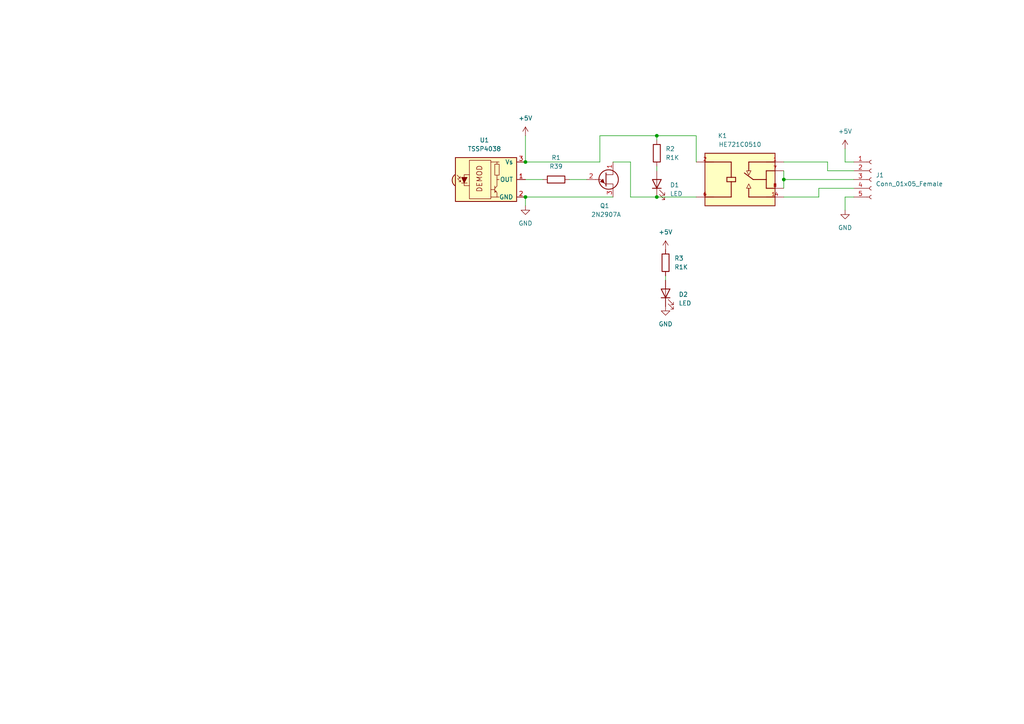
<source format=kicad_sch>
(kicad_sch (version 20211123) (generator eeschema)
  (paper "A4")
  (lib_symbols
    (symbol "Connector:Conn_01x05_Female" (pin_names (offset 1.016) hide)
      (property "Reference" "J" (at 0 7.62 0))
      (property "Value" "Conn_01x05_Female" (at 0 -7.62 0))
      (symbol "Conn_01x05_Female_1_1"
        (arc (start 0 -4.572) (mid -0.508 -5.08) (end 0 -5.588) (stroke (width 0.1524)))
        (arc (start 0 -2.032) (mid -0.508 -2.54) (end 0 -3.048) (stroke (width 0.1524)))
        (polyline (pts (xy -1.27 -5.08) (xy -0.508 -5.08)) (stroke (width 0.1524)))
        (polyline (pts (xy -1.27 -2.54) (xy -0.508 -2.54)) (stroke (width 0.1524)))
        (polyline (pts (xy -1.27 0) (xy -0.508 0)) (stroke (width 0.1524)))
        (polyline (pts (xy -1.27 2.54) (xy -0.508 2.54)) (stroke (width 0.1524)))
        (polyline (pts (xy -1.27 5.08) (xy -0.508 5.08)) (stroke (width 0.1524)))
        (arc (start 0 0.508) (mid -0.508 0) (end 0 -0.508) (stroke (width 0.1524)))
        (arc (start 0 3.048) (mid -0.508 2.54) (end 0 2.032) (stroke (width 0.1524)))
        (arc (start 0 5.588) (mid -0.508 5.08) (end 0 4.572) (stroke (width 0.1524)))
        (pin passive line (at -5.08 5.08 0) (length 3.81) (name "Pin_1") (number "1"))
        (pin passive line (at -5.08 2.54 0) (length 3.81) (name "Pin_2") (number "2"))
        (pin passive line (at -5.08 0 0) (length 3.81) (name "Pin_3") (number "3"))
        (pin passive line (at -5.08 -2.54 0) (length 3.81) (name "Pin_4") (number "4"))
        (pin passive line (at -5.08 -5.08 0) (length 3.81) (name "Pin_5") (number "5"))
      )
    )
    (symbol "Device:LED" (pin_numbers hide) (pin_names (offset 1.016) hide)
      (property "Reference" "D" (at 0 2.54 0))
      (property "Value" "LED" (at 0 -2.54 0))
      (symbol "LED_0_1"
        (polyline (pts (xy -1.27 -1.27) (xy -1.27 1.27)) (stroke (width 0.254)))
        (polyline (pts (xy -1.27 0) (xy 1.27 0)))
        (polyline (pts (xy 1.27 -1.27) (xy 1.27 1.27) (xy -1.27 0) (xy 1.27 -1.27)) (stroke (width 0.254)))
        (polyline (pts (xy -3.048 -0.762) (xy -4.572 -2.286) (xy -3.81 -2.286) (xy -4.572 -2.286) (xy -4.572 -1.524)))
        (polyline (pts (xy -1.778 -0.762) (xy -3.302 -2.286) (xy -2.54 -2.286) (xy -3.302 -2.286) (xy -3.302 -1.524)))
      )
      (symbol "LED_1_1"
        (pin passive line (at -3.81 0 0) (length 2.54) (name "K") (number "1"))
        (pin passive line (at 3.81 0 180) (length 2.54) (name "A") (number "2"))
      )
    )
    (symbol "Device:R" (pin_numbers hide) (pin_names (offset 0))
      (property "Reference" "R" (at 2.032 0 90))
      (property "Value" "R" (at 0 0 90))
      (symbol "R_0_1"
        (rectangle (start -1.016 -2.54) (end 1.016 2.54) (stroke (width 0.254)))
      )
      (symbol "R_1_1"
        (pin passive line (at 0 3.81 270) (length 1.27) (name "~") (number "1"))
        (pin passive line (at 0 -3.81 90) (length 1.27) (name "~") (number "2"))
      )
    )
    (symbol "HE721C0510:HE721C0510" (pin_names (offset 1.016) hide)
      (property "Reference" "K" (at -10.16 8.89 0))
      (property "Value" "HE721C0510" (at -10.16 -10.16 0))
      (symbol "HE721C0510_0_0"
        (rectangle (start -10.16 -7.62) (end 10.16 7.62) (stroke (width 0.254)) (fill (type background)))
        (polyline (pts (xy -10.16 -5.08) (xy -2.54 -5.08)) (stroke (width 0.254)))
        (polyline (pts (xy -10.16 5.08) (xy -2.54 5.08)) (stroke (width 0.254)))
        (polyline (pts (xy -3.81 -0.635) (xy -3.81 0.635)) (stroke (width 0.254)))
        (polyline (pts (xy -3.81 0.635) (xy -2.54 0.635)) (stroke (width 0.254)))
        (polyline (pts (xy -2.54 -0.635) (xy -3.81 -0.635)) (stroke (width 0.254)))
        (polyline (pts (xy -2.54 -0.635) (xy -2.54 -5.08)) (stroke (width 0.254)))
        (polyline (pts (xy -2.54 0.635) (xy -1.27 0.635)) (stroke (width 0.254)))
        (polyline (pts (xy -2.54 5.08) (xy -2.54 0.635)) (stroke (width 0.254)))
        (polyline (pts (xy -1.27 -0.635) (xy -2.54 -0.635)) (stroke (width 0.254)))
        (polyline (pts (xy -1.27 0.635) (xy -1.27 -0.635)) (stroke (width 0.254)))
        (polyline (pts (xy 2.54 -5.08) (xy 2.54 -2.54)) (stroke (width 0.254)))
        (polyline (pts (xy 2.54 5.08) (xy 2.54 2.54)) (stroke (width 0.254)))
        (polyline (pts (xy 2.54 5.08) (xy 10.16 5.08)) (stroke (width 0.254)))
        (polyline (pts (xy 3.81 0) (xy 1.27 1.905)) (stroke (width 0.254)))
        (polyline (pts (xy 3.81 0) (xy 7.62 0)) (stroke (width 0.254)))
        (polyline (pts (xy 7.62 -2.54) (xy 10.16 -2.54)) (stroke (width 0.254)))
        (polyline (pts (xy 7.62 0) (xy 7.62 -2.54)) (stroke (width 0.254)))
        (polyline (pts (xy 7.62 0) (xy 7.62 2.54)) (stroke (width 0.254)))
        (polyline (pts (xy 7.62 2.54) (xy 10.16 2.54)) (stroke (width 0.254)))
        (polyline (pts (xy 10.16 -5.08) (xy 2.54 -5.08)) (stroke (width 0.254)))
        (polyline (pts (xy 1.905 -2.54) (xy 3.175 -2.54) (xy 2.54 -1.27) (xy 1.905 -2.54)) (stroke (width 0.1524)) (fill (type background)))
        (polyline (pts (xy 3.175 2.54) (xy 1.905 2.54) (xy 2.54 1.27) (xy 3.175 2.54)) (stroke (width 0.1524)) (fill (type background)))
        (pin passive line (at 12.7 5.08 180) (length 5.08) (name "~") (number "1"))
        (pin passive line (at 12.7 -5.08 180) (length 5.08) (name "~") (number "14"))
        (pin passive line (at -12.7 5.08 0) (length 5.08) (name "~") (number "2"))
        (pin passive line (at -12.7 -5.08 0) (length 5.08) (name "~") (number "6"))
        (pin passive line (at 12.7 2.54 180) (length 5.08) (name "~") (number "7"))
        (pin passive line (at 12.7 -2.54 180) (length 5.08) (name "~") (number "8"))
      )
    )
    (symbol "Sensor_Proximity:TSSP58P38" (pin_names (offset 1.016))
      (property "Reference" "U" (at -10.16 7.62 0))
      (property "Value" "TSSP58P38" (at -10.16 -7.62 0))
      (symbol "TSSP58P38_0_0"
        (arc (start -10.287 1.397) (mid -11.0899 -0.1852) (end -10.287 -1.778) (stroke (width 0.254)) (fill (type background)))
        (polyline (pts (xy 1.905 -5.08) (xy 0.127 -5.08)))
        (polyline (pts (xy 1.905 5.08) (xy 0.127 5.08)))
        (text "DEMOD" (at -3.175 0.254 900) (effects (font (size 1.524 1.524))))
      )
      (symbol "TSSP58P38_0_1"
        (rectangle (start -6.096 5.588) (end 0.127 -5.588))
        (polyline (pts (xy -8.763 0.381) (xy -9.652 1.27)))
        (polyline (pts (xy -8.763 0.381) (xy -9.271 0.381)))
        (polyline (pts (xy -8.763 0.381) (xy -8.763 0.889)))
        (polyline (pts (xy -8.636 -0.635) (xy -9.525 0.254)))
        (polyline (pts (xy -8.636 -0.635) (xy -9.144 -0.635)))
        (polyline (pts (xy -8.636 -0.635) (xy -8.636 -0.127)))
        (polyline (pts (xy -8.382 -1.016) (xy -6.731 -1.016)))
        (polyline (pts (xy 1.27 -2.921) (xy 0.127 -2.921)))
        (polyline (pts (xy 1.27 -1.905) (xy 1.27 -3.81)))
        (polyline (pts (xy 1.397 -3.556) (xy 1.524 -3.556)))
        (polyline (pts (xy 1.651 -3.556) (xy 1.524 -3.556)))
        (polyline (pts (xy 1.651 -3.556) (xy 1.651 -3.302)))
        (polyline (pts (xy 1.905 0) (xy 1.905 1.27)))
        (polyline (pts (xy 1.905 4.445) (xy 1.905 5.08) (xy 2.54 5.08)))
        (polyline (pts (xy -8.382 0.635) (xy -6.731 0.635) (xy -7.62 -1.016) (xy -8.382 0.635)) (fill (type outline)))
        (polyline (pts (xy -6.096 1.397) (xy -7.62 1.397) (xy -7.62 -1.778) (xy -6.096 -1.778)))
        (polyline (pts (xy 1.27 -3.175) (xy 1.905 -3.81) (xy 1.905 -5.08) (xy 2.54 -5.08)))
        (polyline (pts (xy 1.27 -2.54) (xy 1.905 -1.905) (xy 1.905 0) (xy 2.54 0)))
        (rectangle (start 2.54 1.27) (end 1.27 4.445))
        (rectangle (start 7.62 6.35) (end -10.16 -6.35) (stroke (width 0.254)) (fill (type background)))
      )
      (symbol "TSSP58P38_1_1"
        (pin output line (at 10.16 0 180) (length 2.54) (name "OUT") (number "1"))
        (pin power_in line (at 10.16 -5.08 180) (length 2.54) (name "GND") (number "2"))
        (pin power_in line (at 10.16 5.08 180) (length 2.54) (name "Vs") (number "3"))
      )
    )
    (symbol "Transistor_BJT:2N2646" (pin_names (offset 0) hide)
      (property "Reference" "Q" (at 5.08 1.905 0))
      (property "Value" "2N2646" (at 5.08 0 0))
      (symbol "2N2646_0_1"
        (polyline (pts (xy -2.54 0) (xy -1.016 0) (xy 0.508 -1.524)))
        (polyline (pts (xy 0.508 1.905) (xy 0.508 -1.905) (xy 0.508 -1.905)) (stroke (width 0.254)))
        (polyline (pts (xy 2.54 -2.54) (xy 2.54 -1.27) (xy 0.508 -1.27)))
        (polyline (pts (xy 2.54 2.54) (xy 2.54 1.397) (xy 0.508 1.397)))
        (polyline (pts (xy 0 -1.016) (xy -0.381 0.127) (xy -1.143 -0.635) (xy 0 -1.016)) (fill (type outline)))
        (circle (center 1.27 0) (radius 2.8194) (stroke (width 0.254)))
      )
      (symbol "2N2646_1_1"
        (pin passive line (at 2.54 5.08 270) (length 2.54) (name "B2") (number "1"))
        (pin input line (at -5.08 0 0) (length 2.54) (name "E") (number "2"))
        (pin passive line (at 2.54 -5.08 90) (length 2.54) (name "B1") (number "3"))
      )
    )
    (symbol "power:+5V" (power) (pin_names (offset 0))
      (property "Value" "+5V" (at 0 3.556 0))
      (symbol "+5V_0_1"
        (polyline (pts (xy -0.762 1.27) (xy 0 2.54)))
        (polyline (pts (xy 0 0) (xy 0 2.54)))
        (polyline (pts (xy 0 2.54) (xy 0.762 1.27)))
      )
      (symbol "+5V_1_1"
        (pin power_in line (at 0 0 90) (length 0) hide (name "+5V") (number "1"))
      )
    )
    (symbol "power:GND" (power) (pin_names (offset 0))
      (property "Value" "GND" (at 0 -3.81 0))
      (symbol "GND_0_1"
        (polyline (pts (xy 0 0) (xy 0 -1.27) (xy 1.27 -1.27) (xy 0 -2.54) (xy -1.27 -1.27) (xy 0 -1.27)))
      )
      (symbol "GND_1_1"
        (pin power_in line (at 0 0 270) (length 0) hide (name "GND") (number "1"))
      )
    )
  )
  (junction (at 190.5 57.15))
  (junction (at 227.33 52.07))
  (junction (at 152.4 46.99))
  (junction (at 190.5 39.37))
  (junction (at 152.4 57.15))
  (wire (pts (xy 173.99 39.37) (xy 173.99 46.99)))
  (wire (pts (xy 173.99 39.37) (xy 190.5 39.37)))
  (wire (pts (xy 173.99 46.99) (xy 152.4 46.99)))
  (wire (pts (xy 245.11 60.96) (xy 245.11 57.15)))
  (wire (pts (xy 190.5 39.37) (xy 190.5 40.64)))
  (wire (pts (xy 237.49 57.15) (xy 227.33 57.15)))
  (wire (pts (xy 245.11 57.15) (xy 247.65 57.15)))
  (wire (pts (xy 240.03 49.53) (xy 247.65 49.53)))
  (wire (pts (xy 190.5 39.37) (xy 201.93 39.37)))
  (wire (pts (xy 245.11 43.18) (xy 245.11 46.99)))
  (wire (pts (xy 190.5 57.15) (xy 201.93 57.15)))
  (wire (pts (xy 193.04 80.01) (xy 193.04 81.28)))
  (wire (pts (xy 182.88 46.99) (xy 177.8 46.99)))
  (wire (pts (xy 247.65 54.61) (xy 237.49 54.61)))
  (wire (pts (xy 237.49 54.61) (xy 237.49 57.15)))
  (wire (pts (xy 165.1 52.07) (xy 170.18 52.07)))
  (wire (pts (xy 152.4 57.15) (xy 177.8 57.15)))
  (wire (pts (xy 182.88 57.15) (xy 182.88 46.99)))
  (wire (pts (xy 227.33 52.07) (xy 227.33 54.61)))
  (wire (pts (xy 152.4 52.07) (xy 157.48 52.07)))
  (wire (pts (xy 190.5 48.26) (xy 190.5 49.53)))
  (wire (pts (xy 240.03 46.99) (xy 240.03 49.53)))
  (wire (pts (xy 245.11 46.99) (xy 247.65 46.99)))
  (wire (pts (xy 227.33 46.99) (xy 240.03 46.99)))
  (wire (pts (xy 152.4 57.15) (xy 152.4 59.69)))
  (wire (pts (xy 152.4 39.37) (xy 152.4 46.99)))
  (wire (pts (xy 227.33 52.07) (xy 247.65 52.07)))
  (wire (pts (xy 182.88 57.15) (xy 190.5 57.15)))
  (wire (pts (xy 227.33 49.53) (xy 227.33 52.07)))
  (wire (pts (xy 201.93 46.99) (xy 201.93 39.37)))
  (symbol (lib_id "Device:R") (at 193.04 76.2 0) (unit 1)
    (property "Reference" "R3" (at 195.58 74.9299 0) (effects (justify left)))
    (property "Value" "R1K" (at 195.58 77.4699 0) (effects (justify left)))
    (property "Footprint" "Resistor_SMD:R_0603_1608Metric" (effects hide))
  )
  (symbol (lib_id "power:GND") (at 193.04 88.9 0) (unit 1)
    (property "Reference" "#PWR04" (effects hide))
    (property "Value" "GND" (at 193.04 93.98 0))
  )
  (symbol (lib_id "power:GND") (at 152.4 59.69 0) (unit 1)
    (property "Reference" "#PWR02" (effects hide))
    (property "Value" "GND" (at 152.4 64.77 0))
  )
  (symbol (lib_id "Device:R") (at 190.5 44.45 0) (unit 1)
    (property "Reference" "R2" (at 193.04 43.1799 0) (effects (justify left)))
    (property "Value" "R1K" (at 193.04 45.7199 0) (effects (justify left)))
    (property "Footprint" "Resistor_SMD:R_0603_1608Metric" (effects hide))
  )
  (symbol (lib_id "Transistor_BJT:2N2646") (at 175.26 52.07 0) (unit 1)
    (property "Reference" "Q1" (at 173.99 59.69 0) (effects (justify left)))
    (property "Value" "2N2907A" (at 171.45 62.23 0) (effects (justify left)))
    (property "Footprint" "Package_TO_SOT_THT:TO-18-3" (effects hide))
    (property "Datasheet" "http://www.bucek.name/pdf/2n2646,2647.pdf" (effects hide))
  )
  (symbol (lib_id "Device:R") (at 161.29 52.07 90) (unit 1)
    (property "Reference" "R1" (at 161.29 45.72 90))
    (property "Value" "R39" (at 161.29 48.26 90))
    (property "Footprint" "Resistor_SMD:R_0603_1608Metric" (effects hide))
  )
  (symbol (lib_id "Device:LED") (at 190.5 53.34 90) (unit 1)
    (property "Reference" "D1" (at 194.31 53.6574 90) (effects (justify right)))
    (property "Value" "LED" (at 194.31 56.1974 90) (effects (justify right)))
    (property "Footprint" "LED_SMD:LED_0805_2012Metric" (effects hide))
  )
  (symbol (lib_id "Sensor_Proximity:TSSP58P38") (at 142.24 52.07 0) (unit 1)
    (property "Reference" "U1" (at 140.505 40.64 0))
    (property "Value" "TSSP4038" (at 140.505 43.18 0))
    (property "Footprint" "OptoDevice:Vishay_MINICAST-3Pin" (effects hide))
    (property "Datasheet" "http://www.vishay.com/docs/82462/tsop581.pdf" (effects hide))
  )
  (symbol (lib_id "Device:LED") (at 193.04 85.09 90) (unit 1)
    (property "Reference" "D2" (at 196.85 85.4074 90) (effects (justify right)))
    (property "Value" "LED" (at 196.85 87.9474 90) (effects (justify right)))
    (property "Footprint" "LED_SMD:LED_0805_2012Metric" (effects hide))
  )
  (symbol (lib_id "power:+5V") (at 245.11 43.18 0) (unit 1)
    (property "Reference" "#PWR05" (effects hide))
    (property "Value" "+5V" (at 245.11 38.1 0))
  )
  (symbol (lib_id "power:+5V") (at 193.04 72.39 0) (unit 1)
    (property "Reference" "#PWR03" (effects hide))
    (property "Value" "+5V" (at 193.04 67.31 0))
  )
  (symbol (lib_id "HE721C0510:HE721C0510") (at 214.63 52.07 0) (unit 1)
    (property "Reference" "K1" (at 209.55 39.37 0))
    (property "Value" "HE721C0510" (at 214.63 41.91 0))
    (property "Footprint" "RELAY_HE721C0510" (effects hide))
    (property "MF" "Littelfuse Inc." (effects hide))
    (property "MAXIMUM_PACKAGE_HEIGHT" "5.5 mm" (effects hide))
    (property "Package" "None" (effects hide))
    (property "Price" "None" (effects hide))
    (property "Check_prices" "https://www.snapeda.com/parts/HE721C0510/Littelfuse/view-part/?ref=eda" (effects hide))
    (property "STANDARD" "Manufacturer Recommendations" (effects hide))
    (property "PARTREV" "BA.12/16/20" (effects hide))
    (property "SnapEDA_Link" "https://www.snapeda.com/parts/HE721C0510/Littelfuse/view-part/?ref=snap" (effects hide))
    (property "MP" "HE721C0510" (effects hide))
    (property "Description" "\\n                        \\n                            RELAY REED SPDT 250MA 5V\\n                        \\n" (effects hide))
    (property "Availability" "In Stock" (effects hide))
    (property "MANUFACTURER" "Littelfuse Inc." (effects hide))
  )
  (symbol (lib_id "Connector:Conn_01x05_Female") (at 252.73 52.07 0) (unit 1)
    (property "Reference" "J1" (at 254 50.7999 0) (effects (justify left)))
    (property "Value" "Conn_01x05_Female" (at 254 53.3399 0) (effects (justify left)))
    (property "Footprint" "Connector_PinSocket_2.54mm:PinSocket_1x05_P2.54mm_Vertical" (effects hide))
  )
  (symbol (lib_id "power:+5V") (at 152.4 39.37 0) (unit 1)
    (property "Reference" "#PWR01" (effects hide))
    (property "Value" "+5V" (at 152.4 34.29 0))
  )
  (symbol (lib_id "power:GND") (at 245.11 60.96 0) (unit 1)
    (property "Reference" "#PWR06" (effects hide))
    (property "Value" "GND" (at 245.11 66.04 0))
  )
)
</source>
